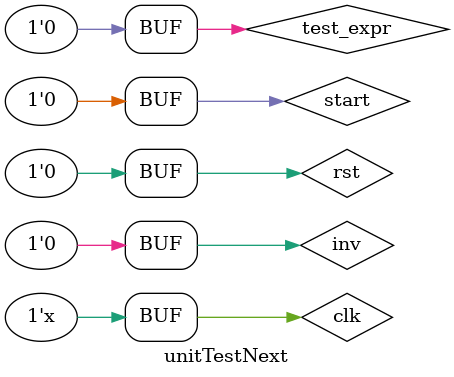
<source format=v>
/*
 * University of Illinois/NCSA
 * Open Source License
 *
 *  Copyright (c) 2007-2014,The Board of Trustees of the University of
 *  Illinois.  All rights reserved.
 *
 *  Copyright (c) 2014 Matthew Hicks
 *
 *  Developed by:
 *
 *  Matthew Hicks in the Department of Computer Science
 *  The University of Illinois at Urbana-Champaign
 *      http://www.impedimentToProgress.com
 *
 *       Permission is hereby granted, free of charge, to any person
 *       obtaining a copy of this software and associated
 *       documentation files (the "Software"), to deal with the
 *       Software without restriction, including without limitation
 *       the rights to use, copy, modify, merge, publish, distribute,
 *       sublicense, and/or sell copies of the Software, and to permit
 *       persons to whom the Software is furnished to do so, subject
 *       to the following conditions:
 *
 *          Redistributions of source code must retain the above
 *          copyright notice, this list of conditions and the
 *          following disclaimers.
 *
 *          Redistributions in binary form must reproduce the above
 *          copyright notice, this list of conditions and the
 *          following disclaimers in the documentation and/or other
 *          materials provided with the distribution.
 *
 *          Neither the names of Sam King, the University of Illinois,
 *          nor the names of its contributors may be used to endorse
 *          or promote products derived from this Software without
 *          specific prior written permission.
 *
 *  THE SOFTWARE IS PROVIDED "AS IS", WITHOUT WARRANTY OF ANY KIND,
 *  EXPRESS OR IMPLIED, INCLUDING BUT NOT LIMITED TO THE WARRANTIES OF
 *  MERCHANTABILITY, FITNESS FOR A PARTICULAR PURPOSE AND
 *  NONINFRINGEMENT.  IN NO EVENT SHALL THE CONTRIBUTORS OR COPYRIGHT
 *  HOLDERS BE LIABLE FOR ANY CLAIM, DAMAGES OR OTHER LIABILITY,
 *  WHETHER IN AN ACTION OF CONTRACT, TORT OR OTHERWISE, ARISING FROM,
 *  OUT OF OR IN CONNECTION WITH THE SOFTWARE OR THE USE OR OTHER
 *  DEALINGS WITH THE SOFTWARE.
 */

`timescale 1ns/1ns

module unitTestNext();
  reg clk;
  wire rst;
  reg start;
  reg test_expr;
  wire inv;
  wire assert;
  
  initial begin
    clk = 1'b0;
    start = 1'b0;
    test_expr = 1'b0;
  end
   
  assign rst = 1'b0;
  assign inv = 1'b0;
  
  always begin
    #10 clk = ~clk;
    #10 clk = ~clk;
    // Make sure missing start doesn't fire
    test_expr = 1'b1;
    #10 clk = ~clk;
    #10 clk = ~clk;
    test_expr = 1'b0;
    #10 clk = ~clk;
    #10 clk = ~clk;
    #10 clk = ~clk;
    #10 clk = ~clk;
    // Test to make sure test can fire early and stay late as long as it is valid at num cks
    start = 1'b1;
    #10 clk = ~clk;
    #10 clk = ~clk;
    start =1'b0;
    #10 clk = ~clk;
    #10 clk = ~clk;
    test_expr = 1'b1;
    #10 clk = ~clk;
    #10 clk = ~clk;
    #10 clk = ~clk;
    #10 clk = ~clk;
    #10 clk = ~clk;
    #10 clk = ~clk;
    test_expr = 1'b0;
    #10 clk = ~clk;
    #10 clk = ~clk;
    #10 clk = ~clk;
    #10 clk = ~clk;
    // Test normal operation
    start = 1'b1;
    #10 clk = ~clk;
    #10 clk = ~clk;
    start = 1'b0; 
    #10 clk = ~clk;
    #10 clk = ~clk;
    #10 clk = ~clk;
    #10 clk = ~clk;
    test_expr = 1'b1;
    #10 clk = ~clk;
    #10 clk = ~clk;
    test_expr = 1'b0;
    #10 clk = ~clk;
    #10 clk = ~clk;
    #10 clk = ~clk;
    #10 clk = ~clk;
    #10 clk = ~clk;
    #10 clk = ~clk;
    // Test for assertion violations
    start = 1'b1;
    #10 clk = ~clk;
    #10 clk = ~clk;
    start = 1'b0;
    #10 clk = ~clk;
    #10 clk = ~clk;
    #10 clk = ~clk;
    #10 clk = ~clk;
    #10 clk = ~clk;
    #10 clk = ~clk;
    #10 clk = ~clk;
    #10 clk = ~clk;
    test_expr = 1'b1; 
    #10 clk = ~clk;
    #10 clk = ~clk;
    test_expr = 1'b0; 
    #10 clk = ~clk;
    #10 clk = ~clk;
    #10 clk = ~clk;
    #10 clk = ~clk;
    #10 clk = ~clk;
    #10 clk = ~clk;
    // Test for overlapping starts
    start = 1'b1;
    #10 clk = ~clk;
    #10 clk = ~clk;
    start = 1'b0;
    #10 clk = ~clk;
    #10 clk = ~clk;
    start = 1'b1;
    #10 clk = ~clk;
    #10 clk = ~clk;
    start = 1'b0;
    test_expr = 1'b1;    
    #10 clk = ~clk;
    #10 clk = ~clk;
    test_expr = 1'b0;
    #10 clk = ~clk;
    #10 clk = ~clk;
    test_expr = 1'b1;
    #10 clk = ~clk;
    #10 clk = ~clk;
    test_expr = 1'b0;
    #10 clk = ~clk;
    #10 clk = ~clk;
    #10 clk = ~clk;
    #10 clk = ~clk;
    #10 clk = ~clk;
    #10 clk = ~clk;
    #10 clk = ~clk;
    #10 clk = ~clk;     
  end
  
  ovl_next_wrapped onw(
    .clk(clk),
    .rst(rst),
    .num_cks(3'd3),
    .start_event(start),
    .test_expr(test_expr),
    .prevConfigInvalid(inv),
    .out(assert)
  );
endmodule
</source>
